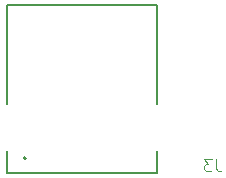
<source format=gbo>
G04 #@! TF.GenerationSoftware,KiCad,Pcbnew,5.0.2+dfsg1-1*
G04 #@! TF.CreationDate,2021-01-13T15:08:11+01:00*
G04 #@! TF.ProjectId,ErgoDOX,4572676f-444f-4582-9e6b-696361645f70,rev?*
G04 #@! TF.SameCoordinates,Original*
G04 #@! TF.FileFunction,Legend,Bot*
G04 #@! TF.FilePolarity,Positive*
%FSLAX46Y46*%
G04 Gerber Fmt 4.6, Leading zero omitted, Abs format (unit mm)*
G04 Created by KiCad (PCBNEW 5.0.2+dfsg1-1) date Wed 13 Jan 2021 03:08:11 PM CET*
%MOMM*%
%LPD*%
G01*
G04 APERTURE LIST*
%ADD10C,0.200000*%
%ADD11C,0.015000*%
G04 APERTURE END LIST*
D10*
G04 #@! TO.C,J3*
X167246300Y-47625700D02*
X179946300Y-47625700D01*
X179946300Y-47625700D02*
X179946300Y-45825700D01*
X167246300Y-47625700D02*
X167246300Y-45825700D01*
X167246300Y-41825700D02*
X167246300Y-33425700D01*
X167246300Y-33425700D02*
X179946300Y-33425700D01*
X179946300Y-33425700D02*
X179946300Y-41825700D01*
X168896300Y-46405700D02*
G75*
G03X168896300Y-46405700I-100000J0D01*
G01*
D11*
X185002633Y-46513980D02*
X185002633Y-47228266D01*
X185050252Y-47371123D01*
X185145490Y-47466361D01*
X185288347Y-47513980D01*
X185383585Y-47513980D01*
X184621680Y-46513980D02*
X184002633Y-46513980D01*
X184335966Y-46894933D01*
X184193109Y-46894933D01*
X184097871Y-46942552D01*
X184050252Y-46990171D01*
X184002633Y-47085409D01*
X184002633Y-47323504D01*
X184050252Y-47418742D01*
X184097871Y-47466361D01*
X184193109Y-47513980D01*
X184478823Y-47513980D01*
X184574061Y-47466361D01*
X184621680Y-47418742D01*
G04 #@! TD*
M02*

</source>
